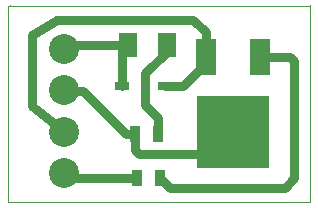
<source format=gtl>
G04 (created by PCBNEW (2013-07-07 BZR 4022)-stable) date 3/7/2015 6:45:58 AM*
%MOIN*%
G04 Gerber Fmt 3.4, Leading zero omitted, Abs format*
%FSLAX34Y34*%
G01*
G70*
G90*
G04 APERTURE LIST*
%ADD10C,0.00590551*%
%ADD11C,0.00393701*%
%ADD12R,0.0472X0.0276*%
%ADD13R,0.06X0.08*%
%ADD14R,0.035X0.055*%
%ADD15R,0.065X0.12*%
%ADD16R,0.24X0.24*%
%ADD17C,0.1*%
%ADD18C,0.03*%
G04 APERTURE END LIST*
G54D10*
G54D11*
X5423Y-5454D02*
X5423Y-5450D01*
X15404Y-5454D02*
X5423Y-5454D01*
X5354Y-5460D02*
X5444Y-5460D01*
X5354Y-12015D02*
X5354Y-5460D01*
X15404Y-12015D02*
X5354Y-12015D01*
X15404Y-5445D02*
X15404Y-12015D01*
G54D12*
X10594Y-8149D03*
X9138Y-8149D03*
G54D13*
X9351Y-6769D03*
X10651Y-6769D03*
G54D14*
X9656Y-11194D03*
X10406Y-11194D03*
X9596Y-9739D03*
X10346Y-9739D03*
G54D15*
X13751Y-7159D03*
G54D16*
X12851Y-9659D03*
G54D15*
X11951Y-7159D03*
G54D17*
X7199Y-6904D03*
X7199Y-8282D03*
X7199Y-9659D03*
X7199Y-11037D03*
G54D18*
X9138Y-8149D02*
X9138Y-6982D01*
X9138Y-6982D02*
X9351Y-6769D01*
X9351Y-6769D02*
X7453Y-6769D01*
X7453Y-6769D02*
X7286Y-6936D01*
X9656Y-11194D02*
X7410Y-11194D01*
X7410Y-11194D02*
X7286Y-11069D01*
X6971Y-5929D02*
X7027Y-5929D01*
X6134Y-6457D02*
X6134Y-8816D01*
X11951Y-7159D02*
X11951Y-6349D01*
X6134Y-8816D02*
X7286Y-9691D01*
X6971Y-5929D02*
X6134Y-6419D01*
X11951Y-6349D02*
X11531Y-5929D01*
X6134Y-6419D02*
X6134Y-6457D01*
X7027Y-5929D02*
X11531Y-5929D01*
X10594Y-8149D02*
X11171Y-8149D01*
X11951Y-7369D02*
X11951Y-7159D01*
X11171Y-8149D02*
X11951Y-7369D01*
X12111Y-10399D02*
X9716Y-10399D01*
X9596Y-10279D02*
X9716Y-10399D01*
X9596Y-10279D02*
X9596Y-9739D01*
X12111Y-10399D02*
X12851Y-9659D01*
X12111Y-10399D02*
X12851Y-9659D01*
X9596Y-9739D02*
X9281Y-9739D01*
X9281Y-9739D02*
X7856Y-8314D01*
X7856Y-8314D02*
X7286Y-8314D01*
X9926Y-7714D02*
X9926Y-8764D01*
X10651Y-6989D02*
X9926Y-7714D01*
X9926Y-8764D02*
X10346Y-9184D01*
X10346Y-9739D02*
X10346Y-9184D01*
X10651Y-6989D02*
X10651Y-6769D01*
X10406Y-11194D02*
X10421Y-11194D01*
X14756Y-7159D02*
X13751Y-7159D01*
X14891Y-7294D02*
X14756Y-7159D01*
X14891Y-11209D02*
X14891Y-7294D01*
X14576Y-11524D02*
X14891Y-11209D01*
X10751Y-11524D02*
X14576Y-11524D01*
X10421Y-11194D02*
X10751Y-11524D01*
M02*

</source>
